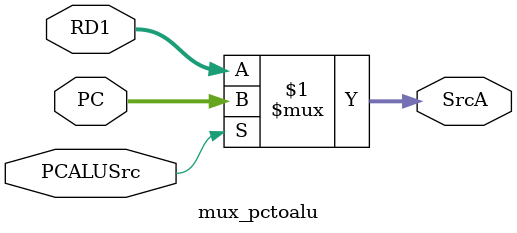
<source format=v>
`timescale 1ns / 1ps


module mux_pctoalu(
    input [31:0] PC,
    input [31:0] RD1,
    input PCALUSrc,
    output [31:0] SrcA
    );
    
    assign SrcA=(PCALUSrc)?PC:RD1;
endmodule

</source>
